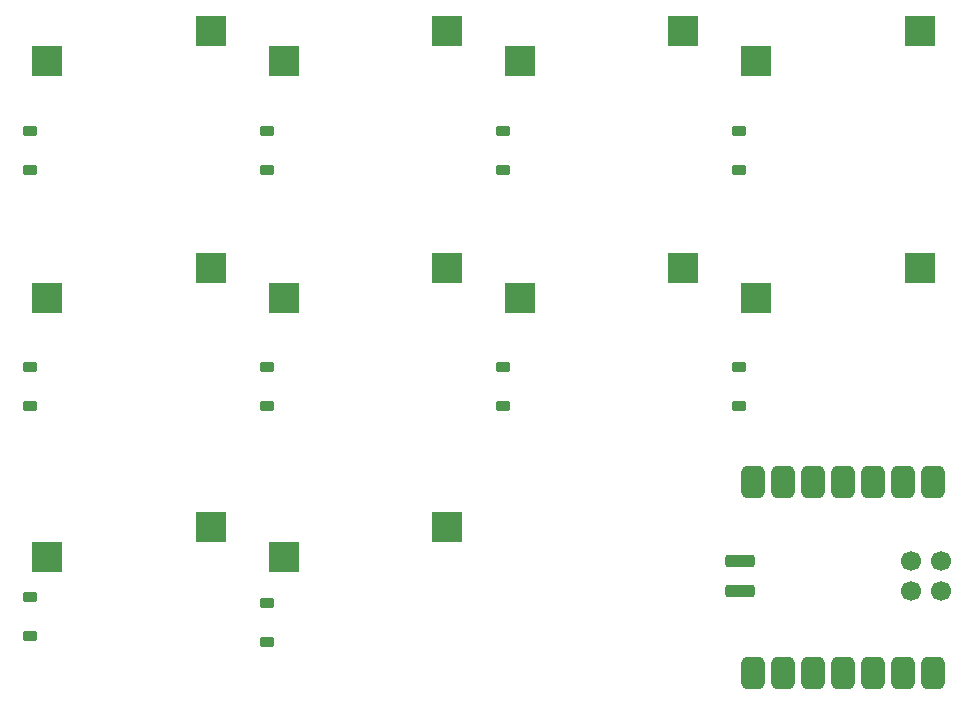
<source format=gbr>
%TF.GenerationSoftware,KiCad,Pcbnew,9.0.1*%
%TF.CreationDate,2025-05-28T21:14:19+10:00*%
%TF.ProjectId,macroCAD,6d616372-6f43-4414-942e-6b696361645f,rev?*%
%TF.SameCoordinates,Original*%
%TF.FileFunction,Paste,Bot*%
%TF.FilePolarity,Positive*%
%FSLAX46Y46*%
G04 Gerber Fmt 4.6, Leading zero omitted, Abs format (unit mm)*
G04 Created by KiCad (PCBNEW 9.0.1) date 2025-05-28 21:14:19*
%MOMM*%
%LPD*%
G01*
G04 APERTURE LIST*
G04 Aperture macros list*
%AMRoundRect*
0 Rectangle with rounded corners*
0 $1 Rounding radius*
0 $2 $3 $4 $5 $6 $7 $8 $9 X,Y pos of 4 corners*
0 Add a 4 corners polygon primitive as box body*
4,1,4,$2,$3,$4,$5,$6,$7,$8,$9,$2,$3,0*
0 Add four circle primitives for the rounded corners*
1,1,$1+$1,$2,$3*
1,1,$1+$1,$4,$5*
1,1,$1+$1,$6,$7*
1,1,$1+$1,$8,$9*
0 Add four rect primitives between the rounded corners*
20,1,$1+$1,$2,$3,$4,$5,0*
20,1,$1+$1,$4,$5,$6,$7,0*
20,1,$1+$1,$6,$7,$8,$9,0*
20,1,$1+$1,$8,$9,$2,$3,0*%
G04 Aperture macros list end*
%ADD10R,2.550000X2.500000*%
%ADD11RoundRect,0.225000X0.375000X-0.225000X0.375000X0.225000X-0.375000X0.225000X-0.375000X-0.225000X0*%
%ADD12RoundRect,0.500000X0.500000X-0.875000X0.500000X0.875000X-0.500000X0.875000X-0.500000X-0.875000X0*%
%ADD13RoundRect,0.275000X0.975000X0.275000X-0.975000X0.275000X-0.975000X-0.275000X0.975000X-0.275000X0*%
%ADD14C,1.700000*%
G04 APERTURE END LIST*
D10*
%TO.C,SW1*%
X86290000Y-24920000D03*
X72440000Y-27460000D03*
%TD*%
%TO.C,SW5*%
X86290000Y-44920000D03*
X72440000Y-47460000D03*
%TD*%
%TO.C,SW2*%
X106290000Y-24920000D03*
X92440000Y-27460000D03*
%TD*%
%TO.C,SW6*%
X106290000Y-44920000D03*
X92440000Y-47460000D03*
%TD*%
%TO.C,SW4*%
X146290000Y-24920000D03*
X132440000Y-27460000D03*
%TD*%
%TO.C,SW3*%
X126290000Y-24920000D03*
X112440000Y-27460000D03*
%TD*%
%TO.C,SW9*%
X86290000Y-66920000D03*
X72440000Y-69460000D03*
%TD*%
%TO.C,SW8*%
X146290000Y-44920000D03*
X132440000Y-47460000D03*
%TD*%
%TO.C,SW7*%
X126290000Y-44920000D03*
X112440000Y-47460000D03*
%TD*%
%TO.C,SW10*%
X106290000Y-66920000D03*
X92440000Y-69460000D03*
%TD*%
D11*
%TO.C,D3*%
X111000000Y-36650000D03*
X111000000Y-33350000D03*
%TD*%
%TO.C,D2*%
X91000000Y-36650000D03*
X91000000Y-33350000D03*
%TD*%
%TO.C,D9*%
X71000000Y-76150000D03*
X71000000Y-72850000D03*
%TD*%
%TO.C,D7*%
X111000000Y-56650000D03*
X111000000Y-53350000D03*
%TD*%
%TO.C,D10*%
X91000000Y-76650000D03*
X91000000Y-73350000D03*
%TD*%
D12*
%TO.C,U1*%
X147389750Y-79245500D03*
X144849750Y-79245500D03*
X142309750Y-79245500D03*
X139769750Y-79245500D03*
X137229750Y-79245500D03*
X134689750Y-79245500D03*
X132149750Y-79245500D03*
X132149750Y-63080500D03*
X134689750Y-63080500D03*
X137229750Y-63080500D03*
X139769750Y-63080500D03*
X142309750Y-63080500D03*
X144849750Y-63080500D03*
X147389750Y-63080500D03*
D13*
X131129750Y-72333500D03*
X131129750Y-69793500D03*
D14*
X148147750Y-72333500D03*
X148147750Y-69793500D03*
X145607750Y-72333500D03*
X145607750Y-69793500D03*
%TD*%
D11*
%TO.C,D5*%
X71000000Y-56650000D03*
X71000000Y-53350000D03*
%TD*%
%TO.C,D4*%
X131000000Y-36650000D03*
X131000000Y-33350000D03*
%TD*%
%TO.C,D6*%
X91000000Y-56650000D03*
X91000000Y-53350000D03*
%TD*%
%TO.C,D1*%
X71000000Y-36650000D03*
X71000000Y-33350000D03*
%TD*%
%TO.C,D8*%
X131000000Y-56650000D03*
X131000000Y-53350000D03*
%TD*%
M02*

</source>
